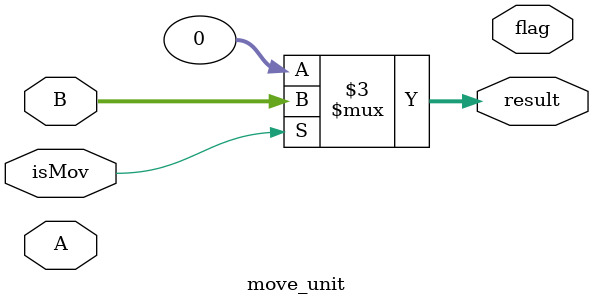
<source format=sv>
module move_unit #(
  parameter int W = 32
)(
  input  logic [W-1:0] A,     // usually ignored
  input  logic [W-1:0] B,     // value to move
  input  logic         isMov,
  output logic [W-1:0] result,
  output logic [1:0] flag
);

  always_comb begin
    result = '0;
    if (isMov)
      result = B;
  end

endmodule

</source>
